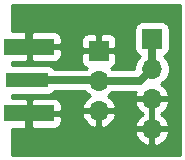
<source format=gtl>
%TF.GenerationSoftware,KiCad,Pcbnew,(5.1.10)-1*%
%TF.CreationDate,2021-11-11T05:25:20-05:00*%
%TF.ProjectId,SMA-HDRS,534d412d-4844-4525-932e-6b696361645f,rev?*%
%TF.SameCoordinates,Original*%
%TF.FileFunction,Copper,L1,Top*%
%TF.FilePolarity,Positive*%
%FSLAX46Y46*%
G04 Gerber Fmt 4.6, Leading zero omitted, Abs format (unit mm)*
G04 Created by KiCad (PCBNEW (5.1.10)-1) date 2021-11-11 05:25:20*
%MOMM*%
%LPD*%
G01*
G04 APERTURE LIST*
%TA.AperFunction,SMDPad,CuDef*%
%ADD10R,3.600000X1.270000*%
%TD*%
%TA.AperFunction,SMDPad,CuDef*%
%ADD11R,4.200000X1.350000*%
%TD*%
%TA.AperFunction,ComponentPad*%
%ADD12R,1.700000X1.700000*%
%TD*%
%TA.AperFunction,ComponentPad*%
%ADD13O,1.700000X1.700000*%
%TD*%
%TA.AperFunction,ViaPad*%
%ADD14C,0.800000*%
%TD*%
%TA.AperFunction,Conductor*%
%ADD15C,0.635000*%
%TD*%
%TA.AperFunction,Conductor*%
%ADD16C,0.254000*%
%TD*%
%TA.AperFunction,Conductor*%
%ADD17C,0.100000*%
%TD*%
G04 APERTURE END LIST*
D10*
%TO.P,P1,1*%
%TO.N,/SIG*%
X29848200Y-29845000D03*
D11*
%TO.P,P1,2*%
%TO.N,/GND*%
X30048200Y-32670000D03*
X30048200Y-27020000D03*
%TD*%
D12*
%TO.P,J1,1*%
%TO.N,/SIG*%
X40440000Y-26360000D03*
D13*
%TO.P,J1,2*%
X40440000Y-28900000D03*
%TO.P,J1,3*%
%TO.N,/GND*%
X40440000Y-31440000D03*
%TO.P,J1,4*%
X40440000Y-33980000D03*
%TD*%
D12*
%TO.P,J2,1*%
%TO.N,/GND*%
X35940000Y-27360000D03*
D13*
%TO.P,J2,2*%
%TO.N,/SIG*%
X35940000Y-29900000D03*
%TO.P,J2,3*%
%TO.N,/GND*%
X35940000Y-32440000D03*
%TD*%
D14*
%TO.N,/GND*%
X30607000Y-24587200D03*
X30556200Y-35179000D03*
%TD*%
D15*
%TO.N,/SIG*%
X35885000Y-29845000D02*
X35940000Y-29900000D01*
X29848200Y-29845000D02*
X35885000Y-29845000D01*
X39440000Y-29900000D02*
X40440000Y-28900000D01*
X35940000Y-29900000D02*
X39440000Y-29900000D01*
X40440000Y-28900000D02*
X40440000Y-26360000D01*
%TO.N,/GND*%
X35710000Y-32670000D02*
X35940000Y-32440000D01*
X30048200Y-25146000D02*
X30607000Y-24587200D01*
X30048200Y-27020000D02*
X30048200Y-25146000D01*
X30048200Y-34671000D02*
X30556200Y-35179000D01*
X30048200Y-32670000D02*
X30048200Y-34671000D01*
%TD*%
D16*
%TO.N,/GND*%
X42780000Y-36170000D02*
X28600000Y-36170000D01*
X28600000Y-34336890D01*
X38998524Y-34336890D01*
X39043175Y-34484099D01*
X39168359Y-34746920D01*
X39342412Y-34980269D01*
X39558645Y-35175178D01*
X39808748Y-35324157D01*
X40083109Y-35421481D01*
X40313000Y-35300814D01*
X40313000Y-34107000D01*
X40567000Y-34107000D01*
X40567000Y-35300814D01*
X40796891Y-35421481D01*
X41071252Y-35324157D01*
X41321355Y-35175178D01*
X41537588Y-34980269D01*
X41711641Y-34746920D01*
X41836825Y-34484099D01*
X41881476Y-34336890D01*
X41760155Y-34107000D01*
X40567000Y-34107000D01*
X40313000Y-34107000D01*
X39119845Y-34107000D01*
X38998524Y-34336890D01*
X28600000Y-34336890D01*
X28600000Y-33981968D01*
X29762450Y-33980000D01*
X29921200Y-33821250D01*
X29921200Y-32797000D01*
X30175200Y-32797000D01*
X30175200Y-33821250D01*
X30333950Y-33980000D01*
X32148200Y-33983072D01*
X32272682Y-33970812D01*
X32392380Y-33934502D01*
X32502694Y-33875537D01*
X32599385Y-33796185D01*
X32678737Y-33699494D01*
X32737702Y-33589180D01*
X32774012Y-33469482D01*
X32786272Y-33345000D01*
X32783200Y-32955750D01*
X32624450Y-32797000D01*
X30175200Y-32797000D01*
X29921200Y-32797000D01*
X29901200Y-32797000D01*
X29901200Y-32796890D01*
X34498524Y-32796890D01*
X34543175Y-32944099D01*
X34668359Y-33206920D01*
X34842412Y-33440269D01*
X35058645Y-33635178D01*
X35308748Y-33784157D01*
X35583109Y-33881481D01*
X35813000Y-33760814D01*
X35813000Y-32567000D01*
X36067000Y-32567000D01*
X36067000Y-33760814D01*
X36296891Y-33881481D01*
X36571252Y-33784157D01*
X36821355Y-33635178D01*
X37037588Y-33440269D01*
X37211641Y-33206920D01*
X37336825Y-32944099D01*
X37381476Y-32796890D01*
X37260155Y-32567000D01*
X36067000Y-32567000D01*
X35813000Y-32567000D01*
X34619845Y-32567000D01*
X34498524Y-32796890D01*
X29901200Y-32796890D01*
X29901200Y-32543000D01*
X29921200Y-32543000D01*
X29921200Y-31518750D01*
X30175200Y-31518750D01*
X30175200Y-32543000D01*
X32624450Y-32543000D01*
X32783200Y-32384250D01*
X32786272Y-31995000D01*
X32774012Y-31870518D01*
X32737702Y-31750820D01*
X32678737Y-31640506D01*
X32599385Y-31543815D01*
X32502694Y-31464463D01*
X32392380Y-31405498D01*
X32272682Y-31369188D01*
X32148200Y-31356928D01*
X30333950Y-31360000D01*
X30175200Y-31518750D01*
X29921200Y-31518750D01*
X29762450Y-31360000D01*
X28600000Y-31358032D01*
X28600000Y-31118072D01*
X31648200Y-31118072D01*
X31772682Y-31105812D01*
X31892380Y-31069502D01*
X32002694Y-31010537D01*
X32099385Y-30931185D01*
X32178737Y-30834494D01*
X32198511Y-30797500D01*
X34753696Y-30797500D01*
X34786525Y-30846632D01*
X34993368Y-31053475D01*
X35175534Y-31175195D01*
X35058645Y-31244822D01*
X34842412Y-31439731D01*
X34668359Y-31673080D01*
X34543175Y-31935901D01*
X34498524Y-32083110D01*
X34619845Y-32313000D01*
X35813000Y-32313000D01*
X35813000Y-32293000D01*
X36067000Y-32293000D01*
X36067000Y-32313000D01*
X37260155Y-32313000D01*
X37381476Y-32083110D01*
X37336825Y-31935901D01*
X37270613Y-31796890D01*
X38998524Y-31796890D01*
X39043175Y-31944099D01*
X39168359Y-32206920D01*
X39342412Y-32440269D01*
X39558645Y-32635178D01*
X39684255Y-32710000D01*
X39558645Y-32784822D01*
X39342412Y-32979731D01*
X39168359Y-33213080D01*
X39043175Y-33475901D01*
X38998524Y-33623110D01*
X39119845Y-33853000D01*
X40313000Y-33853000D01*
X40313000Y-31567000D01*
X40567000Y-31567000D01*
X40567000Y-33853000D01*
X41760155Y-33853000D01*
X41881476Y-33623110D01*
X41836825Y-33475901D01*
X41711641Y-33213080D01*
X41537588Y-32979731D01*
X41321355Y-32784822D01*
X41195745Y-32710000D01*
X41321355Y-32635178D01*
X41537588Y-32440269D01*
X41711641Y-32206920D01*
X41836825Y-31944099D01*
X41881476Y-31796890D01*
X41760155Y-31567000D01*
X40567000Y-31567000D01*
X40313000Y-31567000D01*
X39119845Y-31567000D01*
X38998524Y-31796890D01*
X37270613Y-31796890D01*
X37211641Y-31673080D01*
X37037588Y-31439731D01*
X36821355Y-31244822D01*
X36704466Y-31175195D01*
X36886632Y-31053475D01*
X37087607Y-30852500D01*
X39082900Y-30852500D01*
X39043175Y-30935901D01*
X38998524Y-31083110D01*
X39119845Y-31313000D01*
X40313000Y-31313000D01*
X40313000Y-31293000D01*
X40567000Y-31293000D01*
X40567000Y-31313000D01*
X41760155Y-31313000D01*
X41881476Y-31083110D01*
X41836825Y-30935901D01*
X41711641Y-30673080D01*
X41537588Y-30439731D01*
X41321355Y-30244822D01*
X41204466Y-30175195D01*
X41386632Y-30053475D01*
X41593475Y-29846632D01*
X41755990Y-29603411D01*
X41867932Y-29333158D01*
X41925000Y-29046260D01*
X41925000Y-28753740D01*
X41867932Y-28466842D01*
X41755990Y-28196589D01*
X41593475Y-27953368D01*
X41461620Y-27821513D01*
X41534180Y-27799502D01*
X41644494Y-27740537D01*
X41741185Y-27661185D01*
X41820537Y-27564494D01*
X41879502Y-27454180D01*
X41915812Y-27334482D01*
X41928072Y-27210000D01*
X41928072Y-25510000D01*
X41915812Y-25385518D01*
X41879502Y-25265820D01*
X41820537Y-25155506D01*
X41741185Y-25058815D01*
X41644494Y-24979463D01*
X41534180Y-24920498D01*
X41414482Y-24884188D01*
X41290000Y-24871928D01*
X39590000Y-24871928D01*
X39465518Y-24884188D01*
X39345820Y-24920498D01*
X39235506Y-24979463D01*
X39138815Y-25058815D01*
X39059463Y-25155506D01*
X39000498Y-25265820D01*
X38964188Y-25385518D01*
X38951928Y-25510000D01*
X38951928Y-27210000D01*
X38964188Y-27334482D01*
X39000498Y-27454180D01*
X39059463Y-27564494D01*
X39138815Y-27661185D01*
X39235506Y-27740537D01*
X39345820Y-27799502D01*
X39418380Y-27821513D01*
X39286525Y-27953368D01*
X39124010Y-28196589D01*
X39012068Y-28466842D01*
X38955000Y-28753740D01*
X38955000Y-28947500D01*
X37087607Y-28947500D01*
X36961620Y-28821513D01*
X37034180Y-28799502D01*
X37144494Y-28740537D01*
X37241185Y-28661185D01*
X37320537Y-28564494D01*
X37379502Y-28454180D01*
X37415812Y-28334482D01*
X37428072Y-28210000D01*
X37425000Y-27645750D01*
X37266250Y-27487000D01*
X36067000Y-27487000D01*
X36067000Y-27507000D01*
X35813000Y-27507000D01*
X35813000Y-27487000D01*
X34613750Y-27487000D01*
X34455000Y-27645750D01*
X34451928Y-28210000D01*
X34464188Y-28334482D01*
X34500498Y-28454180D01*
X34559463Y-28564494D01*
X34638815Y-28661185D01*
X34735506Y-28740537D01*
X34845820Y-28799502D01*
X34918380Y-28821513D01*
X34847393Y-28892500D01*
X32198511Y-28892500D01*
X32178737Y-28855506D01*
X32099385Y-28758815D01*
X32002694Y-28679463D01*
X31892380Y-28620498D01*
X31772682Y-28584188D01*
X31648200Y-28571928D01*
X28600000Y-28571928D01*
X28600000Y-28331968D01*
X29762450Y-28330000D01*
X29921200Y-28171250D01*
X29921200Y-27147000D01*
X30175200Y-27147000D01*
X30175200Y-28171250D01*
X30333950Y-28330000D01*
X32148200Y-28333072D01*
X32272682Y-28320812D01*
X32392380Y-28284502D01*
X32502694Y-28225537D01*
X32599385Y-28146185D01*
X32678737Y-28049494D01*
X32737702Y-27939180D01*
X32774012Y-27819482D01*
X32786272Y-27695000D01*
X32783200Y-27305750D01*
X32624450Y-27147000D01*
X30175200Y-27147000D01*
X29921200Y-27147000D01*
X29901200Y-27147000D01*
X29901200Y-26893000D01*
X29921200Y-26893000D01*
X29921200Y-25868750D01*
X30175200Y-25868750D01*
X30175200Y-26893000D01*
X32624450Y-26893000D01*
X32783200Y-26734250D01*
X32784969Y-26510000D01*
X34451928Y-26510000D01*
X34455000Y-27074250D01*
X34613750Y-27233000D01*
X35813000Y-27233000D01*
X35813000Y-26033750D01*
X36067000Y-26033750D01*
X36067000Y-27233000D01*
X37266250Y-27233000D01*
X37425000Y-27074250D01*
X37428072Y-26510000D01*
X37415812Y-26385518D01*
X37379502Y-26265820D01*
X37320537Y-26155506D01*
X37241185Y-26058815D01*
X37144494Y-25979463D01*
X37034180Y-25920498D01*
X36914482Y-25884188D01*
X36790000Y-25871928D01*
X36225750Y-25875000D01*
X36067000Y-26033750D01*
X35813000Y-26033750D01*
X35654250Y-25875000D01*
X35090000Y-25871928D01*
X34965518Y-25884188D01*
X34845820Y-25920498D01*
X34735506Y-25979463D01*
X34638815Y-26058815D01*
X34559463Y-26155506D01*
X34500498Y-26265820D01*
X34464188Y-26385518D01*
X34451928Y-26510000D01*
X32784969Y-26510000D01*
X32786272Y-26345000D01*
X32774012Y-26220518D01*
X32737702Y-26100820D01*
X32678737Y-25990506D01*
X32599385Y-25893815D01*
X32502694Y-25814463D01*
X32392380Y-25755498D01*
X32272682Y-25719188D01*
X32148200Y-25706928D01*
X30333950Y-25710000D01*
X30175200Y-25868750D01*
X29921200Y-25868750D01*
X29762450Y-25710000D01*
X28600000Y-25708032D01*
X28600000Y-23520000D01*
X42780001Y-23520000D01*
X42780000Y-36170000D01*
%TA.AperFunction,Conductor*%
D17*
G36*
X42780000Y-36170000D02*
G01*
X28600000Y-36170000D01*
X28600000Y-34336890D01*
X38998524Y-34336890D01*
X39043175Y-34484099D01*
X39168359Y-34746920D01*
X39342412Y-34980269D01*
X39558645Y-35175178D01*
X39808748Y-35324157D01*
X40083109Y-35421481D01*
X40313000Y-35300814D01*
X40313000Y-34107000D01*
X40567000Y-34107000D01*
X40567000Y-35300814D01*
X40796891Y-35421481D01*
X41071252Y-35324157D01*
X41321355Y-35175178D01*
X41537588Y-34980269D01*
X41711641Y-34746920D01*
X41836825Y-34484099D01*
X41881476Y-34336890D01*
X41760155Y-34107000D01*
X40567000Y-34107000D01*
X40313000Y-34107000D01*
X39119845Y-34107000D01*
X38998524Y-34336890D01*
X28600000Y-34336890D01*
X28600000Y-33981968D01*
X29762450Y-33980000D01*
X29921200Y-33821250D01*
X29921200Y-32797000D01*
X30175200Y-32797000D01*
X30175200Y-33821250D01*
X30333950Y-33980000D01*
X32148200Y-33983072D01*
X32272682Y-33970812D01*
X32392380Y-33934502D01*
X32502694Y-33875537D01*
X32599385Y-33796185D01*
X32678737Y-33699494D01*
X32737702Y-33589180D01*
X32774012Y-33469482D01*
X32786272Y-33345000D01*
X32783200Y-32955750D01*
X32624450Y-32797000D01*
X30175200Y-32797000D01*
X29921200Y-32797000D01*
X29901200Y-32797000D01*
X29901200Y-32796890D01*
X34498524Y-32796890D01*
X34543175Y-32944099D01*
X34668359Y-33206920D01*
X34842412Y-33440269D01*
X35058645Y-33635178D01*
X35308748Y-33784157D01*
X35583109Y-33881481D01*
X35813000Y-33760814D01*
X35813000Y-32567000D01*
X36067000Y-32567000D01*
X36067000Y-33760814D01*
X36296891Y-33881481D01*
X36571252Y-33784157D01*
X36821355Y-33635178D01*
X37037588Y-33440269D01*
X37211641Y-33206920D01*
X37336825Y-32944099D01*
X37381476Y-32796890D01*
X37260155Y-32567000D01*
X36067000Y-32567000D01*
X35813000Y-32567000D01*
X34619845Y-32567000D01*
X34498524Y-32796890D01*
X29901200Y-32796890D01*
X29901200Y-32543000D01*
X29921200Y-32543000D01*
X29921200Y-31518750D01*
X30175200Y-31518750D01*
X30175200Y-32543000D01*
X32624450Y-32543000D01*
X32783200Y-32384250D01*
X32786272Y-31995000D01*
X32774012Y-31870518D01*
X32737702Y-31750820D01*
X32678737Y-31640506D01*
X32599385Y-31543815D01*
X32502694Y-31464463D01*
X32392380Y-31405498D01*
X32272682Y-31369188D01*
X32148200Y-31356928D01*
X30333950Y-31360000D01*
X30175200Y-31518750D01*
X29921200Y-31518750D01*
X29762450Y-31360000D01*
X28600000Y-31358032D01*
X28600000Y-31118072D01*
X31648200Y-31118072D01*
X31772682Y-31105812D01*
X31892380Y-31069502D01*
X32002694Y-31010537D01*
X32099385Y-30931185D01*
X32178737Y-30834494D01*
X32198511Y-30797500D01*
X34753696Y-30797500D01*
X34786525Y-30846632D01*
X34993368Y-31053475D01*
X35175534Y-31175195D01*
X35058645Y-31244822D01*
X34842412Y-31439731D01*
X34668359Y-31673080D01*
X34543175Y-31935901D01*
X34498524Y-32083110D01*
X34619845Y-32313000D01*
X35813000Y-32313000D01*
X35813000Y-32293000D01*
X36067000Y-32293000D01*
X36067000Y-32313000D01*
X37260155Y-32313000D01*
X37381476Y-32083110D01*
X37336825Y-31935901D01*
X37270613Y-31796890D01*
X38998524Y-31796890D01*
X39043175Y-31944099D01*
X39168359Y-32206920D01*
X39342412Y-32440269D01*
X39558645Y-32635178D01*
X39684255Y-32710000D01*
X39558645Y-32784822D01*
X39342412Y-32979731D01*
X39168359Y-33213080D01*
X39043175Y-33475901D01*
X38998524Y-33623110D01*
X39119845Y-33853000D01*
X40313000Y-33853000D01*
X40313000Y-31567000D01*
X40567000Y-31567000D01*
X40567000Y-33853000D01*
X41760155Y-33853000D01*
X41881476Y-33623110D01*
X41836825Y-33475901D01*
X41711641Y-33213080D01*
X41537588Y-32979731D01*
X41321355Y-32784822D01*
X41195745Y-32710000D01*
X41321355Y-32635178D01*
X41537588Y-32440269D01*
X41711641Y-32206920D01*
X41836825Y-31944099D01*
X41881476Y-31796890D01*
X41760155Y-31567000D01*
X40567000Y-31567000D01*
X40313000Y-31567000D01*
X39119845Y-31567000D01*
X38998524Y-31796890D01*
X37270613Y-31796890D01*
X37211641Y-31673080D01*
X37037588Y-31439731D01*
X36821355Y-31244822D01*
X36704466Y-31175195D01*
X36886632Y-31053475D01*
X37087607Y-30852500D01*
X39082900Y-30852500D01*
X39043175Y-30935901D01*
X38998524Y-31083110D01*
X39119845Y-31313000D01*
X40313000Y-31313000D01*
X40313000Y-31293000D01*
X40567000Y-31293000D01*
X40567000Y-31313000D01*
X41760155Y-31313000D01*
X41881476Y-31083110D01*
X41836825Y-30935901D01*
X41711641Y-30673080D01*
X41537588Y-30439731D01*
X41321355Y-30244822D01*
X41204466Y-30175195D01*
X41386632Y-30053475D01*
X41593475Y-29846632D01*
X41755990Y-29603411D01*
X41867932Y-29333158D01*
X41925000Y-29046260D01*
X41925000Y-28753740D01*
X41867932Y-28466842D01*
X41755990Y-28196589D01*
X41593475Y-27953368D01*
X41461620Y-27821513D01*
X41534180Y-27799502D01*
X41644494Y-27740537D01*
X41741185Y-27661185D01*
X41820537Y-27564494D01*
X41879502Y-27454180D01*
X41915812Y-27334482D01*
X41928072Y-27210000D01*
X41928072Y-25510000D01*
X41915812Y-25385518D01*
X41879502Y-25265820D01*
X41820537Y-25155506D01*
X41741185Y-25058815D01*
X41644494Y-24979463D01*
X41534180Y-24920498D01*
X41414482Y-24884188D01*
X41290000Y-24871928D01*
X39590000Y-24871928D01*
X39465518Y-24884188D01*
X39345820Y-24920498D01*
X39235506Y-24979463D01*
X39138815Y-25058815D01*
X39059463Y-25155506D01*
X39000498Y-25265820D01*
X38964188Y-25385518D01*
X38951928Y-25510000D01*
X38951928Y-27210000D01*
X38964188Y-27334482D01*
X39000498Y-27454180D01*
X39059463Y-27564494D01*
X39138815Y-27661185D01*
X39235506Y-27740537D01*
X39345820Y-27799502D01*
X39418380Y-27821513D01*
X39286525Y-27953368D01*
X39124010Y-28196589D01*
X39012068Y-28466842D01*
X38955000Y-28753740D01*
X38955000Y-28947500D01*
X37087607Y-28947500D01*
X36961620Y-28821513D01*
X37034180Y-28799502D01*
X37144494Y-28740537D01*
X37241185Y-28661185D01*
X37320537Y-28564494D01*
X37379502Y-28454180D01*
X37415812Y-28334482D01*
X37428072Y-28210000D01*
X37425000Y-27645750D01*
X37266250Y-27487000D01*
X36067000Y-27487000D01*
X36067000Y-27507000D01*
X35813000Y-27507000D01*
X35813000Y-27487000D01*
X34613750Y-27487000D01*
X34455000Y-27645750D01*
X34451928Y-28210000D01*
X34464188Y-28334482D01*
X34500498Y-28454180D01*
X34559463Y-28564494D01*
X34638815Y-28661185D01*
X34735506Y-28740537D01*
X34845820Y-28799502D01*
X34918380Y-28821513D01*
X34847393Y-28892500D01*
X32198511Y-28892500D01*
X32178737Y-28855506D01*
X32099385Y-28758815D01*
X32002694Y-28679463D01*
X31892380Y-28620498D01*
X31772682Y-28584188D01*
X31648200Y-28571928D01*
X28600000Y-28571928D01*
X28600000Y-28331968D01*
X29762450Y-28330000D01*
X29921200Y-28171250D01*
X29921200Y-27147000D01*
X30175200Y-27147000D01*
X30175200Y-28171250D01*
X30333950Y-28330000D01*
X32148200Y-28333072D01*
X32272682Y-28320812D01*
X32392380Y-28284502D01*
X32502694Y-28225537D01*
X32599385Y-28146185D01*
X32678737Y-28049494D01*
X32737702Y-27939180D01*
X32774012Y-27819482D01*
X32786272Y-27695000D01*
X32783200Y-27305750D01*
X32624450Y-27147000D01*
X30175200Y-27147000D01*
X29921200Y-27147000D01*
X29901200Y-27147000D01*
X29901200Y-26893000D01*
X29921200Y-26893000D01*
X29921200Y-25868750D01*
X30175200Y-25868750D01*
X30175200Y-26893000D01*
X32624450Y-26893000D01*
X32783200Y-26734250D01*
X32784969Y-26510000D01*
X34451928Y-26510000D01*
X34455000Y-27074250D01*
X34613750Y-27233000D01*
X35813000Y-27233000D01*
X35813000Y-26033750D01*
X36067000Y-26033750D01*
X36067000Y-27233000D01*
X37266250Y-27233000D01*
X37425000Y-27074250D01*
X37428072Y-26510000D01*
X37415812Y-26385518D01*
X37379502Y-26265820D01*
X37320537Y-26155506D01*
X37241185Y-26058815D01*
X37144494Y-25979463D01*
X37034180Y-25920498D01*
X36914482Y-25884188D01*
X36790000Y-25871928D01*
X36225750Y-25875000D01*
X36067000Y-26033750D01*
X35813000Y-26033750D01*
X35654250Y-25875000D01*
X35090000Y-25871928D01*
X34965518Y-25884188D01*
X34845820Y-25920498D01*
X34735506Y-25979463D01*
X34638815Y-26058815D01*
X34559463Y-26155506D01*
X34500498Y-26265820D01*
X34464188Y-26385518D01*
X34451928Y-26510000D01*
X32784969Y-26510000D01*
X32786272Y-26345000D01*
X32774012Y-26220518D01*
X32737702Y-26100820D01*
X32678737Y-25990506D01*
X32599385Y-25893815D01*
X32502694Y-25814463D01*
X32392380Y-25755498D01*
X32272682Y-25719188D01*
X32148200Y-25706928D01*
X30333950Y-25710000D01*
X30175200Y-25868750D01*
X29921200Y-25868750D01*
X29762450Y-25710000D01*
X28600000Y-25708032D01*
X28600000Y-23520000D01*
X42780001Y-23520000D01*
X42780000Y-36170000D01*
G37*
%TD.AperFunction*%
%TD*%
M02*

</source>
